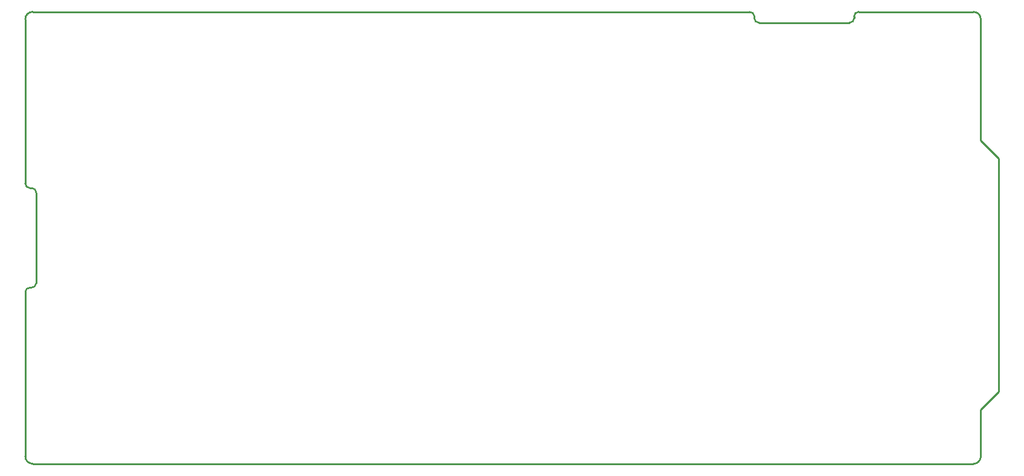
<source format=gm1>
G04*
G04 #@! TF.GenerationSoftware,Altium Limited,Altium Designer,19.1.7 (138)*
G04*
G04 Layer_Color=8388736*
%FSLAX24Y24*%
%MOIN*%
G70*
G01*
G75*
%ADD15C,0.0100*%
D15*
X250Y9746D02*
G03*
X0Y9496I0J-250D01*
G01*
X350Y9746D02*
G03*
X600Y9996I0J250D01*
G01*
Y15004D02*
G03*
X350Y15254I-250J0D01*
G01*
X0Y15504D02*
G03*
X250Y15254I250J0D01*
G01*
X46008Y25000D02*
G03*
X45758Y24750I0J-250D01*
G01*
X45508Y24400D02*
G03*
X45758Y24650I0J250D01*
G01*
X40249D02*
G03*
X40499Y24400I250J0D01*
G01*
X40249Y24750D02*
G03*
X39999Y25000I-250J0D01*
G01*
X400D02*
G03*
X0Y24600I0J-400D01*
G01*
Y400D02*
G03*
X400Y-0I400J0D01*
G01*
X52350Y0D02*
G03*
X52750Y400I0J400D01*
G01*
Y24600D02*
G03*
X52350Y25000I-400J0D01*
G01*
X0Y15504D02*
Y24600D01*
X600Y9996D02*
Y15004D01*
X250Y9746D02*
X350D01*
X250Y15254D02*
X350D01*
X46008Y25000D02*
X52350Y25000D01*
X32320Y0D02*
X38331D01*
X45758Y24650D02*
Y24750D01*
X40249Y24650D02*
Y24750D01*
X40499Y24400D02*
X45508D01*
X38331Y0D02*
X52350Y0D01*
X400Y-0D02*
X32322Y0D01*
X52750Y17900D02*
Y24600D01*
X0Y400D02*
Y9496D01*
X52750Y400D02*
Y3000D01*
X53750Y4000D01*
Y16900D01*
X52750Y17900D02*
X53750Y16900D01*
X400Y25000D02*
X39999D01*
M02*

</source>
